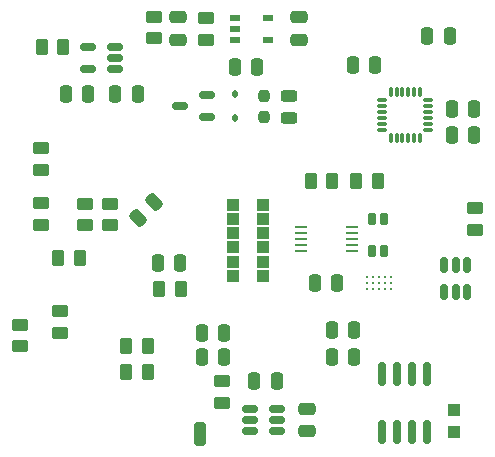
<source format=gbr>
%TF.GenerationSoftware,KiCad,Pcbnew,8.0.4*%
%TF.CreationDate,2024-09-26T12:10:35+10:00*%
%TF.ProjectId,OuchButtonV2,4f756368-4275-4747-946f-6e56322e6b69,rev?*%
%TF.SameCoordinates,Original*%
%TF.FileFunction,Paste,Bot*%
%TF.FilePolarity,Positive*%
%FSLAX46Y46*%
G04 Gerber Fmt 4.6, Leading zero omitted, Abs format (unit mm)*
G04 Created by KiCad (PCBNEW 8.0.4) date 2024-09-26 12:10:35*
%MOMM*%
%LPD*%
G01*
G04 APERTURE LIST*
G04 Aperture macros list*
%AMRoundRect*
0 Rectangle with rounded corners*
0 $1 Rounding radius*
0 $2 $3 $4 $5 $6 $7 $8 $9 X,Y pos of 4 corners*
0 Add a 4 corners polygon primitive as box body*
4,1,4,$2,$3,$4,$5,$6,$7,$8,$9,$2,$3,0*
0 Add four circle primitives for the rounded corners*
1,1,$1+$1,$2,$3*
1,1,$1+$1,$4,$5*
1,1,$1+$1,$6,$7*
1,1,$1+$1,$8,$9*
0 Add four rect primitives between the rounded corners*
20,1,$1+$1,$2,$3,$4,$5,0*
20,1,$1+$1,$4,$5,$6,$7,0*
20,1,$1+$1,$6,$7,$8,$9,0*
20,1,$1+$1,$8,$9,$2,$3,0*%
G04 Aperture macros list end*
%ADD10RoundRect,0.250000X-0.250000X-0.475000X0.250000X-0.475000X0.250000X0.475000X-0.250000X0.475000X0*%
%ADD11RoundRect,0.075000X-0.350000X-0.075000X0.350000X-0.075000X0.350000X0.075000X-0.350000X0.075000X0*%
%ADD12RoundRect,0.075000X-0.075000X0.350000X-0.075000X-0.350000X0.075000X-0.350000X0.075000X0.350000X0*%
%ADD13RoundRect,0.250000X0.250000X0.750000X-0.250000X0.750000X-0.250000X-0.750000X0.250000X-0.750000X0*%
%ADD14RoundRect,0.112500X-0.112500X0.187500X-0.112500X-0.187500X0.112500X-0.187500X0.112500X0.187500X0*%
%ADD15RoundRect,0.237500X0.237500X-0.250000X0.237500X0.250000X-0.237500X0.250000X-0.237500X-0.250000X0*%
%ADD16RoundRect,0.250000X0.262500X0.450000X-0.262500X0.450000X-0.262500X-0.450000X0.262500X-0.450000X0*%
%ADD17RoundRect,0.250000X-0.450000X0.262500X-0.450000X-0.262500X0.450000X-0.262500X0.450000X0.262500X0*%
%ADD18RoundRect,0.150000X-0.512500X-0.150000X0.512500X-0.150000X0.512500X0.150000X-0.512500X0.150000X0*%
%ADD19RoundRect,0.250000X0.250000X0.475000X-0.250000X0.475000X-0.250000X-0.475000X0.250000X-0.475000X0*%
%ADD20RoundRect,0.250000X0.450000X-0.262500X0.450000X0.262500X-0.450000X0.262500X-0.450000X-0.262500X0*%
%ADD21RoundRect,0.150000X0.512500X0.150000X-0.512500X0.150000X-0.512500X-0.150000X0.512500X-0.150000X0*%
%ADD22RoundRect,0.150000X0.150000X-0.825000X0.150000X0.825000X-0.150000X0.825000X-0.150000X-0.825000X0*%
%ADD23C,0.250000*%
%ADD24RoundRect,0.150000X-0.150000X0.512500X-0.150000X-0.512500X0.150000X-0.512500X0.150000X0.512500X0*%
%ADD25RoundRect,0.250000X0.475000X-0.250000X0.475000X0.250000X-0.475000X0.250000X-0.475000X-0.250000X0*%
%ADD26RoundRect,0.120000X-0.180000X0.430000X-0.180000X-0.430000X0.180000X-0.430000X0.180000X0.430000X0*%
%ADD27RoundRect,0.250000X0.159099X-0.512652X0.512652X-0.159099X-0.159099X0.512652X-0.512652X0.159099X0*%
%ADD28RoundRect,0.250000X-0.262500X-0.450000X0.262500X-0.450000X0.262500X0.450000X-0.262500X0.450000X0*%
%ADD29R,0.952500X0.558800*%
%ADD30R,1.100000X1.050000*%
%ADD31RoundRect,0.250000X-0.475000X0.250000X-0.475000X-0.250000X0.475000X-0.250000X0.475000X0.250000X0*%
%ADD32R,1.092200X0.990600*%
%ADD33R,1.100000X0.250000*%
%ADD34RoundRect,0.243750X0.456250X-0.243750X0.456250X0.243750X-0.456250X0.243750X-0.456250X-0.243750X0*%
G04 APERTURE END LIST*
D10*
%TO.C,C8*%
X111250000Y-80600000D03*
X113150000Y-80600000D03*
%TD*%
D11*
%TO.C,U4*%
X105375000Y-82400000D03*
X105375000Y-81900000D03*
X105375000Y-81400000D03*
X105375000Y-80900000D03*
X105375000Y-80400000D03*
X105375000Y-79900000D03*
D12*
X106075000Y-79200000D03*
X106575000Y-79200000D03*
X107075000Y-79200000D03*
X107575000Y-79200000D03*
X108075000Y-79200000D03*
X108575000Y-79200000D03*
D11*
X109275000Y-79900000D03*
X109275000Y-80400000D03*
X109275000Y-80900000D03*
X109275000Y-81400000D03*
X109275000Y-81900000D03*
X109275000Y-82400000D03*
D12*
X108575000Y-83100000D03*
X108075000Y-83100000D03*
X107575000Y-83100000D03*
X107075000Y-83100000D03*
X106575000Y-83100000D03*
X106075000Y-83100000D03*
%TD*%
D13*
%TO.C,J3*%
X89900000Y-108180000D03*
%TD*%
D14*
%TO.C,D1*%
X92900000Y-79337500D03*
X92900000Y-81437500D03*
%TD*%
D15*
%TO.C,R21*%
X95375000Y-81325000D03*
X95375000Y-79500000D03*
%TD*%
D16*
%TO.C,R13*%
X79775000Y-93250000D03*
X77950000Y-93250000D03*
%TD*%
D17*
%TO.C,R1*%
X76450000Y-88600000D03*
X76450000Y-90425000D03*
%TD*%
D18*
%TO.C,U6*%
X94150000Y-107900000D03*
X94150000Y-106950000D03*
X94150000Y-106000000D03*
X96425000Y-106000000D03*
X96425000Y-106950000D03*
X96425000Y-107900000D03*
%TD*%
D19*
%TO.C,C15*%
X101550000Y-95375000D03*
X99650000Y-95375000D03*
%TD*%
D20*
%TO.C,R6*%
X82275000Y-90500000D03*
X82275000Y-88675000D03*
%TD*%
D17*
%TO.C,R3*%
X90425000Y-72950000D03*
X90425000Y-74775000D03*
%TD*%
D21*
%TO.C,U3*%
X82750000Y-75350000D03*
X82750000Y-76300000D03*
X82750000Y-77250000D03*
X80475000Y-77250000D03*
X80475000Y-75350000D03*
%TD*%
D19*
%TO.C,C9*%
X104775000Y-76925000D03*
X102875000Y-76925000D03*
%TD*%
D22*
%TO.C,U5*%
X109140000Y-108000000D03*
X107870000Y-108000000D03*
X106600000Y-108000000D03*
X105330000Y-108000000D03*
X105330000Y-103050000D03*
X106600000Y-103050000D03*
X107870000Y-103050000D03*
X109140000Y-103050000D03*
%TD*%
D23*
%TO.C,U8*%
X104075000Y-94875000D03*
X104075000Y-95375000D03*
X104075000Y-95875000D03*
X104575000Y-94875000D03*
X104575000Y-95375000D03*
X104575000Y-95875000D03*
X105075000Y-94875000D03*
X105075000Y-95375000D03*
X105075000Y-95875000D03*
X105575000Y-94875000D03*
X105575000Y-95375000D03*
X105575000Y-95875000D03*
X106075000Y-94875000D03*
X106075000Y-95375000D03*
X106075000Y-95875000D03*
%TD*%
D24*
%TO.C,U9*%
X110620000Y-93860000D03*
X111570000Y-93860000D03*
X112520000Y-93860000D03*
X112520000Y-96135000D03*
X111570000Y-96135000D03*
X110620000Y-96135000D03*
%TD*%
D25*
%TO.C,C1*%
X98350000Y-74754600D03*
X98350000Y-72854600D03*
%TD*%
D26*
%TO.C,FL1*%
X104475000Y-89950000D03*
X104475000Y-92650000D03*
X105475000Y-92650000D03*
X105475000Y-89950000D03*
%TD*%
D19*
%TO.C,C10*%
X88275000Y-93675000D03*
X86375000Y-93675000D03*
%TD*%
D16*
%TO.C,R10*%
X101150000Y-86725000D03*
X99325000Y-86725000D03*
%TD*%
D27*
%TO.C,C4*%
X84656498Y-89843502D03*
X86000000Y-88500000D03*
%TD*%
D20*
%TO.C,R12*%
X74700000Y-100712500D03*
X74700000Y-98887500D03*
%TD*%
D17*
%TO.C,R18*%
X78100000Y-97767500D03*
X78100000Y-99592500D03*
%TD*%
D19*
%TO.C,C2*%
X80475000Y-79350000D03*
X78575000Y-79350000D03*
%TD*%
D17*
%TO.C,R4*%
X86010000Y-72835000D03*
X86010000Y-74660000D03*
%TD*%
D10*
%TO.C,C18*%
X90100000Y-101675000D03*
X92000000Y-101675000D03*
%TD*%
D28*
%TO.C,R11*%
X86475000Y-95870000D03*
X88300000Y-95870000D03*
%TD*%
D20*
%TO.C,R2*%
X76450000Y-85800000D03*
X76450000Y-83975000D03*
%TD*%
D16*
%TO.C,R15*%
X85500000Y-102880000D03*
X83675000Y-102880000D03*
%TD*%
D29*
%TO.C,U2*%
X92900000Y-74775000D03*
X92900000Y-73835200D03*
X92900000Y-72895400D03*
X95655900Y-72895400D03*
X95655900Y-74775000D03*
%TD*%
D17*
%TO.C,R17*%
X113190000Y-89050000D03*
X113190000Y-90875000D03*
%TD*%
D30*
%TO.C,Y1*%
X111400000Y-108000000D03*
X111400000Y-106150000D03*
%TD*%
D10*
%TO.C,C7*%
X111275000Y-82850000D03*
X113175000Y-82850000D03*
%TD*%
%TO.C,C6*%
X109175000Y-74450000D03*
X111075000Y-74450000D03*
%TD*%
D25*
%TO.C,R8*%
X88050000Y-74775000D03*
X88050000Y-72875000D03*
%TD*%
D10*
%TO.C,C17*%
X90100000Y-99625000D03*
X92000000Y-99625000D03*
%TD*%
D31*
%TO.C,C12*%
X99000000Y-106000000D03*
X99000000Y-107900000D03*
%TD*%
D10*
%TO.C,C11*%
X94525000Y-103700000D03*
X96425000Y-103700000D03*
%TD*%
%TO.C,C5*%
X92900000Y-77075000D03*
X94800000Y-77075000D03*
%TD*%
D32*
%TO.C,LED1*%
X95232300Y-88750001D03*
X95232300Y-89950001D03*
X95232300Y-91150001D03*
X95232300Y-92350001D03*
X95232300Y-93550001D03*
X95232300Y-94750002D03*
X92717700Y-94749999D03*
X92717700Y-93549999D03*
X92717700Y-92349999D03*
X92717700Y-91149999D03*
X92717700Y-89949999D03*
X92717700Y-88749998D03*
%TD*%
D10*
%TO.C,C3*%
X82750000Y-79350000D03*
X84650000Y-79350000D03*
%TD*%
D33*
%TO.C,U7*%
X102775000Y-90650000D03*
X102775000Y-91150000D03*
X102775000Y-91650000D03*
X102775000Y-92150000D03*
X102775000Y-92650000D03*
X98475000Y-92650000D03*
X98475000Y-92150000D03*
X98475000Y-91650000D03*
X98475000Y-91150000D03*
X98475000Y-90650000D03*
%TD*%
D16*
%TO.C,R5*%
X78375000Y-75350000D03*
X76550000Y-75350000D03*
%TD*%
D34*
%TO.C,D2*%
X97500000Y-81375000D03*
X97500000Y-79500000D03*
%TD*%
D20*
%TO.C,R14*%
X91800000Y-105525000D03*
X91800000Y-103700000D03*
%TD*%
D28*
%TO.C,R16*%
X83705000Y-100740000D03*
X85530000Y-100740000D03*
%TD*%
D17*
%TO.C,R7*%
X80225000Y-88675000D03*
X80225000Y-90500000D03*
%TD*%
D21*
%TO.C,Q1*%
X90525000Y-79425000D03*
X90525000Y-81325000D03*
X88250000Y-80375000D03*
%TD*%
D19*
%TO.C,C14*%
X103000000Y-101625000D03*
X101100000Y-101625000D03*
%TD*%
D28*
%TO.C,R9*%
X103150000Y-86725000D03*
X104975000Y-86725000D03*
%TD*%
D19*
%TO.C,C13*%
X103000000Y-99340000D03*
X101100000Y-99340000D03*
%TD*%
M02*

</source>
